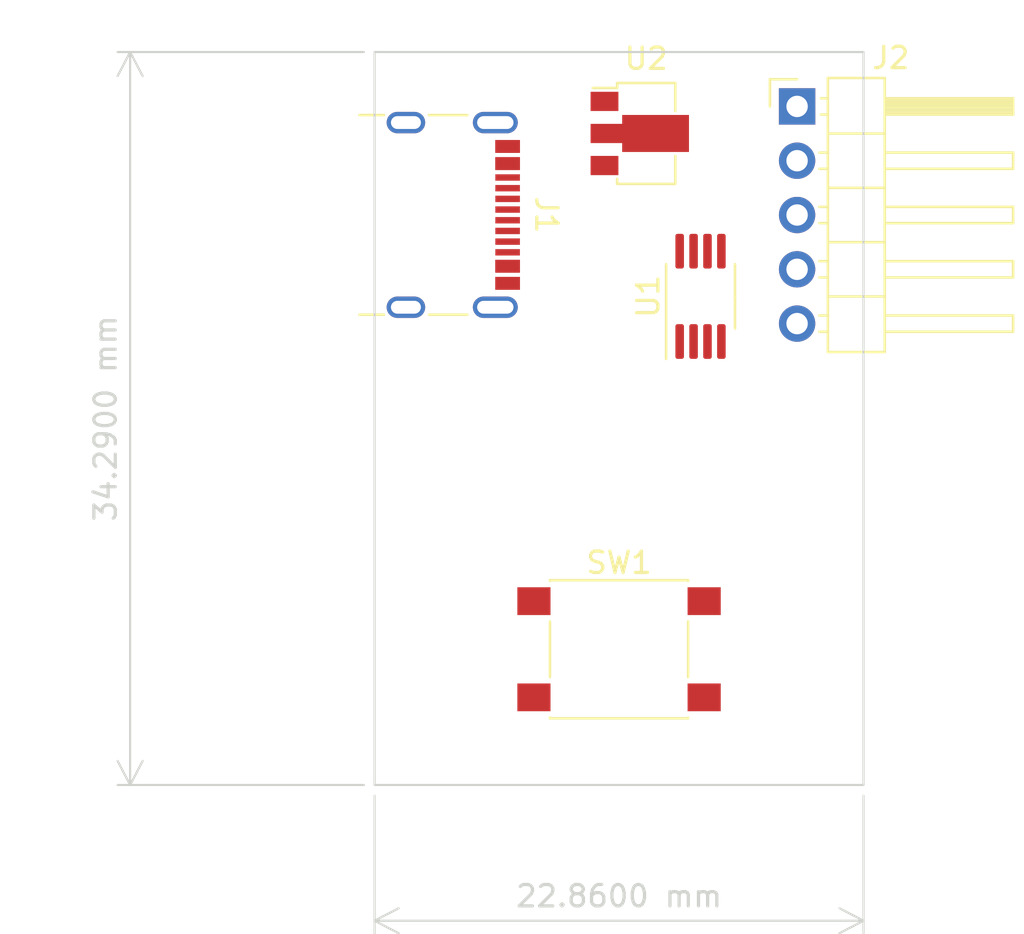
<source format=kicad_pcb>
(kicad_pcb (version 20221018) (generator pcbnew)
  (layers (0 "F.Cu" signal) (31 "B.Cu" signal) (34 "B.Paste" user) (35 "F.Paste" user) (36 "B.SilkS" user "B.Silkscreen") (37 "F.SilkS" user "F.Silkscreen") (38 "B.Mask" user) (39 "F.Mask" user) (44 "Edge.Cuts" user))
  (net 0 "")
  (net 1 "Net-(J1-GND-PadA1)")
  (net 2 "Net-(J1-VBUS-PadA4)")
  (net 21 "Net-(U1-GND-Pad3)")
  (footprint "Connector_USB:USB_C_Receptacle_GCT_USB4105-xx-A_16P_TopMnt_Horizontal" (layer "F.Cu") (at 128.27 81.28 -90)
    (fp_text reference "J1" (at 0 -5.5 -90 unlocked) (layer "F.SilkS"))
    (fp_text value "USB_C_Receptacle_USB2.0")
    (fp_line (start -4.67 0) (end -4.67 -1.8) (stroke (width 0.12)) (layer "F.SilkS"))
    (fp_line (start -4.67 2.1) (end -4.67 3.25) (stroke (width 0.12)) (layer "F.SilkS"))
    (fp_line (start 4.67 0) (end 4.67 -1.8) (stroke (width 0.12)) (layer "F.SilkS"))
    (fp_line (start 4.67 2.1) (end 4.67 3.25) (stroke (width 0.12)) (layer "F.SilkS"))
    (pad "" np_thru_hole circle (at -2.89 -2.605 270) (size 0.65 0.65) (drill 0.65) (layers "F&B.Cu" "*.Mask"))
    (pad "" np_thru_hole circle (at 2.89 -2.605 270) (size 0.65 0.65) (drill 0.65) (layers "F&B.Cu" "*.Mask"))
    (pad "A1" smd rect (at -3.2 -3.68 270) (size 0.6 1.15) (layers "F.Cu" "F.Paste" "F.Mask") (net 1 "Net-(J1-GND-PadA1)"))
    (pad "A4" smd rect (at -2.4 -3.68 270) (size 0.6 1.15) (layers "F.Cu" "F.Paste" "F.Mask") (net 2 "Net-(J1-VBUS-PadA4)"))
    (pad "A5" smd rect (at -1.25 -3.68 270) (size 0.3 1.15) (layers "F.Cu" "F.Paste" "F.Mask"))
    (pad "A6" smd rect (at -0.25 -3.68 270) (size 0.3 1.15) (layers "F.Cu" "F.Paste" "F.Mask"))
    (pad "A7" smd rect (at 0.25 -3.68 270) (size 0.3 1.15) (layers "F.Cu" "F.Paste" "F.Mask"))
    (pad "A8" smd rect (at 1.25 -3.68 270) (size 0.3 1.15) (layers "F.Cu" "F.Paste" "F.Mask"))
    (pad "A9" smd rect (at 2.4 -3.68 270) (size 0.6 1.15) (layers "F.Cu" "F.Paste" "F.Mask") (net 2 "Net-(J1-VBUS-PadA4)"))
    (pad "A12" smd rect (at 3.2 -3.68 270) (size 0.6 1.15) (layers "F.Cu" "F.Paste" "F.Mask") (net 1 "Net-(J1-GND-PadA1)"))
    (pad "B1" smd rect (at 3.2 -3.68 270) (size 0.6 1.15) (layers "F.Cu" "F.Paste" "F.Mask") (net 1 "Net-(J1-GND-PadA1)"))
    (pad "B4" smd rect (at 2.4 -3.68 270) (size 0.6 1.15) (layers "F.Cu" "F.Paste" "F.Mask") (net 2 "Net-(J1-VBUS-PadA4)"))
    (pad "B5" smd rect (at 1.75 -3.68 270) (size 0.3 1.15) (layers "F.Cu" "F.Paste" "F.Mask"))
    (pad "B6" smd rect (at 0.75 -3.68 270) (size 0.3 1.15) (layers "F.Cu" "F.Paste" "F.Mask"))
    (pad "B7" smd rect (at -0.75 -3.68 270) (size 0.3 1.15) (layers "F.Cu" "F.Paste" "F.Mask"))
    (pad "B8" smd rect (at -1.75 -3.68 270) (size 0.3 1.15) (layers "F.Cu" "F.Paste" "F.Mask"))
    (pad "B9" smd rect (at -2.4 -3.68 270) (size 0.6 1.15) (layers "F.Cu" "F.Paste" "F.Mask") (net 2 "Net-(J1-VBUS-PadA4)"))
    (pad "B12" smd rect (at -3.2 -3.68 270) (size 0.6 1.15) (layers "F.Cu" "F.Paste" "F.Mask") (net 1 "Net-(J1-GND-PadA1)"))
    (pad "S1" thru_hole oval (at -4.32 -3.105 270) (size 1 2.1) (drill oval 0.6 1.7) (layers "*.Cu" "*.Mask" "F.Paste"))
    (pad "S1" thru_hole oval (at -4.32 1.075 270) (size 1 1.8) (drill oval 0.6 1.4) (layers "*.Cu" "*.Mask" "F.Paste"))
    (pad "S1" thru_hole oval (at 4.32 -3.105 270) (size 1 2.1) (drill oval 0.6 1.7) (layers "*.Cu" "*.Mask" "F.Paste"))
    (pad "S1" thru_hole oval (at 4.32 1.075 270) (size 1 1.8) (drill oval 0.6 1.4) (layers "*.Cu" "*.Mask" "F.Paste"))
  )
  (footprint "Connector_PinHeader_2.54mm:PinHeader_1x05_P2.54mm_Horizontal" (layer "F.Cu") (at 145.485 76.205)
    (fp_text reference "J2" (at 4.385 -2.27) (layer "F.SilkS"))
    (fp_text value "Conn_01x05_Pin")
    (fp_line (start -1.27 -1.27) (end 0 -1.27) (stroke (width 0.12)) (layer "F.SilkS"))
    (fp_line (start -1.27 0) (end -1.27 -1.27) (stroke (width 0.12)) (layer "F.SilkS"))
    (fp_line (start 1.042929 2.16) (end 1.44 2.16) (stroke (width 0.12)) (layer "F.SilkS"))
    (fp_line (start 1.042929 2.92) (end 1.44 2.92) (stroke (width 0.12)) (layer "F.SilkS"))
    (fp_line (start 1.042929 4.7) (end 1.44 4.7) (stroke (width 0.12)) (layer "F.SilkS"))
    (fp_line (start 1.042929 5.46) (end 1.44 5.46) (stroke (width 0.12)) (layer "F.SilkS"))
    (fp_line (start 1.042929 7.24) (end 1.44 7.24) (stroke (width 0.12)) (layer "F.SilkS"))
    (fp_line (start 1.042929 8) (end 1.44 8) (stroke (width 0.12)) (layer "F.SilkS"))
    (fp_line (start 1.042929 9.78) (end 1.44 9.78) (stroke (width 0.12)) (layer "F.SilkS"))
    (fp_line (start 1.042929 10.54) (end 1.44 10.54) (stroke (width 0.12)) (layer "F.SilkS"))
    (fp_line (start 1.11 -0.38) (end 1.44 -0.38) (stroke (width 0.12)) (layer "F.SilkS"))
    (fp_line (start 1.11 0.38) (end 1.44 0.38) (stroke (width 0.12)) (layer "F.SilkS"))
    (fp_line (start 1.44 -1.33) (end 1.44 11.49) (stroke (width 0.12)) (layer "F.SilkS"))
    (fp_line (start 1.44 1.27) (end 4.1 1.27) (stroke (width 0.12)) (layer "F.SilkS"))
    (fp_line (start 1.44 3.81) (end 4.1 3.81) (stroke (width 0.12)) (layer "F.SilkS"))
    (fp_line (start 1.44 6.35) (end 4.1 6.35) (stroke (width 0.12)) (layer "F.SilkS"))
    (fp_line (start 1.44 8.89) (end 4.1 8.89) (stroke (width 0.12)) (layer "F.SilkS"))
    (fp_line (start 1.44 11.49) (end 4.1 11.49) (stroke (width 0.12)) (layer "F.SilkS"))
    (fp_line (start 4.1 -1.33) (end 1.44 -1.33) (stroke (width 0.12)) (layer "F.SilkS"))
    (fp_line (start 4.1 -0.38) (end 10.1 -0.38) (stroke (width 0.12)) (layer "F.SilkS"))
    (fp_line (start 4.1 -0.32) (end 10.1 -0.32) (stroke (width 0.12)) (layer "F.SilkS"))
    (fp_line (start 4.1 -0.2) (end 10.1 -0.2) (stroke (width 0.12)) (layer "F.SilkS"))
    (fp_line (start 4.1 -0.08) (end 10.1 -0.08) (stroke (width 0.12)) (layer "F.SilkS"))
    (fp_line (start 4.1 0.04) (end 10.1 0.04) (stroke (width 0.12)) (layer "F.SilkS"))
    (fp_line (start 4.1 0.16) (end 10.1 0.16) (stroke (width 0.12)) (layer "F.SilkS"))
    (fp_line (start 4.1 0.28) (end 10.1 0.28) (stroke (width 0.12)) (layer "F.SilkS"))
    (fp_line (start 4.1 2.16) (end 10.1 2.16) (stroke (width 0.12)) (layer "F.SilkS"))
    (fp_line (start 4.1 4.7) (end 10.1 4.7) (stroke (width 0.12)) (layer "F.SilkS"))
    (fp_line (start 4.1 7.24) (end 10.1 7.24) (stroke (width 0.12)) (layer "F.SilkS"))
    (fp_line (start 4.1 9.78) (end 10.1 9.78) (stroke (width 0.12)) (layer "F.SilkS"))
    (fp_line (start 4.1 11.49) (end 4.1 -1.33) (stroke (width 0.12)) (layer "F.SilkS"))
    (fp_line (start 10.1 -0.38) (end 10.1 0.38) (stroke (width 0.12)) (layer "F.SilkS"))
    (fp_line (start 10.1 0.38) (end 4.1 0.38) (stroke (width 0.12)) (layer "F.SilkS"))
    (fp_line (start 10.1 2.16) (end 10.1 2.92) (stroke (width 0.12)) (layer "F.SilkS"))
    (fp_line (start 10.1 2.92) (end 4.1 2.92) (stroke (width 0.12)) (layer "F.SilkS"))
    (fp_line (start 10.1 4.7) (end 10.1 5.46) (stroke (width 0.12)) (layer "F.SilkS"))
    (fp_line (start 10.1 5.46) (end 4.1 5.46) (stroke (width 0.12)) (layer "F.SilkS"))
    (fp_line (start 10.1 7.24) (end 10.1 8) (stroke (width 0.12)) (layer "F.SilkS"))
    (fp_line (start 10.1 8) (end 4.1 8) (stroke (width 0.12)) (layer "F.SilkS"))
    (fp_line (start 10.1 9.78) (end 10.1 10.54) (stroke (width 0.12)) (layer "F.SilkS"))
    (fp_line (start 10.1 10.54) (end 4.1 10.54) (stroke (width 0.12)) (layer "F.SilkS"))
    (pad "1" thru_hole rect (at 0 0) (size 1.7 1.7) (drill 1) (layers "*.Cu" "*.Mask"))
    (pad "2" thru_hole oval (at 0 2.54) (size 1.7 1.7) (drill 1) (layers "*.Cu" "*.Mask"))
    (pad "3" thru_hole oval (at 0 5.08) (size 1.7 1.7) (drill 1) (layers "*.Cu" "*.Mask"))
    (pad "4" thru_hole oval (at 0 7.62) (size 1.7 1.7) (drill 1) (layers "*.Cu" "*.Mask"))
    (pad "5" thru_hole oval (at 0 10.16) (size 1.7 1.7) (drill 1) (layers "*.Cu" "*.Mask"))
  )
  (footprint "Package_TO_SOT_SMD:SOT-89-3" (layer "F.Cu") (at 138.43 77.47)
    (fp_text reference "U2" (at 0 -3.5) (layer "F.SilkS"))
    (fp_text value "AP7384-33Y")
    (fp_line (start -2.5 -2.13) (end -1.36 -2.13) (stroke (width 0.12)) (layer "F.SilkS"))
    (fp_line (start -1.36 -2.36) (end -1.36 -2.13) (stroke (width 0.12)) (layer "F.SilkS"))
    (fp_line (start -1.36 -2.36) (end 1.36 -2.36) (stroke (width 0.12)) (layer "F.SilkS"))
    (fp_line (start -1.36 2.36) (end -1.36 2.13) (stroke (width 0.12)) (layer "F.SilkS"))
    (fp_line (start 1.36 -2.36) (end 1.36 -1.05) (stroke (width 0.12)) (layer "F.SilkS"))
    (fp_line (start 1.36 1.05) (end 1.36 2.36) (stroke (width 0.12)) (layer "F.SilkS"))
    (fp_line (start 1.36 2.36) (end -1.36 2.36) (stroke (width 0.12)) (layer "F.SilkS"))
    (pad "1" smd rect (at -1.95 -1.5) (size 1.3 0.9) (layers "F.Cu" "F.Paste" "F.Mask"))
    (pad "2" smd custom (at -1.8625 0) (size 1.475 0.9) (layers "F.Cu" "F.Paste" "F.Mask") (options (clearance outline) (anchor rect)) (primitives (gr_poly (pts (xy 3.8625 0.8665) (xy 0.7375 0.8665) (xy 0.7375 -0.8665) (xy 3.8625 -0.8665)) (width 0) (fill yes))))
    (pad "3" smd rect (at -1.95 1.5) (size 1.3 0.9) (layers "F.Cu" "F.Paste" "F.Mask"))
  )
  (footprint "Package_SO:MSOP-8_3x3mm_P0.65mm" (layer "F.Cu") (at 140.97 85.09 90)
    (fp_text reference "U1" (at 0 -2.45 90) (layer "F.SilkS"))
    (fp_text value "ADG918BRM")
    (fp_line (start 0 -1.61) (end -2.925 -1.61) (stroke (width 0.12)) (layer "F.SilkS"))
    (fp_line (start 0 -1.61) (end 1.5 -1.61) (stroke (width 0.12)) (layer "F.SilkS"))
    (fp_line (start 0 1.61) (end -1.5 1.61) (stroke (width 0.12)) (layer "F.SilkS"))
    (fp_line (start 0 1.61) (end 1.5 1.61) (stroke (width 0.12)) (layer "F.SilkS"))
    (pad "1" smd roundrect (at -2.1125 -0.975 90) (size 1.625 0.4) (layers "F.Cu" "F.Paste" "F.Mask"))
    (pad "2" smd roundrect (at -2.1125 -0.325 90) (size 1.625 0.4) (layers "F.Cu" "F.Paste" "F.Mask"))
    (pad "3" smd roundrect (at -2.1125 0.325 90) (size 1.625 0.4) (layers "F.Cu" "F.Paste" "F.Mask") (net 21 "Net-(U1-GND-Pad3)"))
    (pad "4" smd roundrect (at -2.1125 0.975 90) (size 1.625 0.4) (layers "F.Cu" "F.Paste" "F.Mask"))
    (pad "5" smd roundrect (at 2.1125 0.975 90) (size 1.625 0.4) (layers "F.Cu" "F.Paste" "F.Mask"))
    (pad "6" smd roundrect (at 2.1125 0.325 90) (size 1.625 0.4) (layers "F.Cu" "F.Paste" "F.Mask") (net 21 "Net-(U1-GND-Pad3)"))
    (pad "7" smd roundrect (at 2.1125 -0.325 90) (size 1.625 0.4) (layers "F.Cu" "F.Paste" "F.Mask") (net 21 "Net-(U1-GND-Pad3)"))
    (pad "8" smd roundrect (at 2.1125 -0.975 90) (size 1.625 0.4) (layers "F.Cu" "F.Paste" "F.Mask"))
  )
  (footprint "Button_Switch_SMD:SW_SPST_PTS645" (layer "F.Cu") (at 137.16 101.6)
    (fp_text reference "SW1" (at 0 -4.05) (layer "F.SilkS"))
    (fp_text value "SW_DIP_x01")
    (fp_line (start -3.23 -3.23) (end 3.23 -3.23) (stroke (width 0.12)) (layer "F.SilkS"))
    (fp_line (start -3.23 -3.2) (end -3.23 -3.23) (stroke (width 0.12)) (layer "F.SilkS"))
    (fp_line (start -3.23 -1.3) (end -3.23 1.3) (stroke (width 0.12)) (layer "F.SilkS"))
    (fp_line (start -3.23 3.23) (end -3.23 3.2) (stroke (width 0.12)) (layer "F.SilkS"))
    (fp_line (start -3.23 3.23) (end 3.23 3.23) (stroke (width 0.12)) (layer "F.SilkS"))
    (fp_line (start 3.23 -3.23) (end 3.23 -3.2) (stroke (width 0.12)) (layer "F.SilkS"))
    (fp_line (start 3.23 -1.3) (end 3.23 1.3) (stroke (width 0.12)) (layer "F.SilkS"))
    (fp_line (start 3.23 3.23) (end 3.23 3.2) (stroke (width 0.12)) (layer "F.SilkS"))
    (pad "1" smd rect (at -3.98 -2.25) (size 1.55 1.3) (layers "F.Cu" "F.Paste" "F.Mask"))
    (pad "1" smd rect (at 3.98 -2.25) (size 1.55 1.3) (layers "F.Cu" "F.Paste" "F.Mask"))
    (pad "2" smd rect (at -3.98 2.25) (size 1.55 1.3) (layers "F.Cu" "F.Paste" "F.Mask"))
    (pad "2" smd rect (at 3.98 2.25) (size 1.55 1.3) (layers "F.Cu" "F.Paste" "F.Mask"))
  )
  (gr_rect (start 125.73 73.66) (end 148.59 107.95) (stroke (width 0.1)) (fill none) (layer "Edge.Cuts"))
  (dimension (type aligned) (layer "Edge.Cuts") (pts (xy 125.73 107.95) (xy 148.59 107.95)) (height 6.35) (gr_text "22,8600 mm" (at 137.16 113.15) (layer "Edge.Cuts") (effects (font (size 1 1) (thickness 0.15)))) (format (prefix "") (suffix "") (units 3) (units_format 1) (precision 4)) (style (thickness 0.1) (arrow_length 1.27) (text_position_mode 0) (extension_height 0.58642) (extension_offset 0.5) keep_text_aligned))
  (dimension (type aligned) (layer "Edge.Cuts") (pts (xy 125.73 73.66) (xy 125.73 107.95)) (height 11.43) (gr_text "34,2900 mm" (at 113.15 90.805 90) (layer "Edge.Cuts") (effects (font (size 1 1) (thickness 0.15)))) (format (prefix "") (suffix "") (units 3) (units_format 1) (precision 4)) (style (thickness 0.1) (arrow_length 1.27) (text_position_mode 0) (extension_height 0.58642) (extension_offset 0.5) keep_text_aligned))
)
</source>
